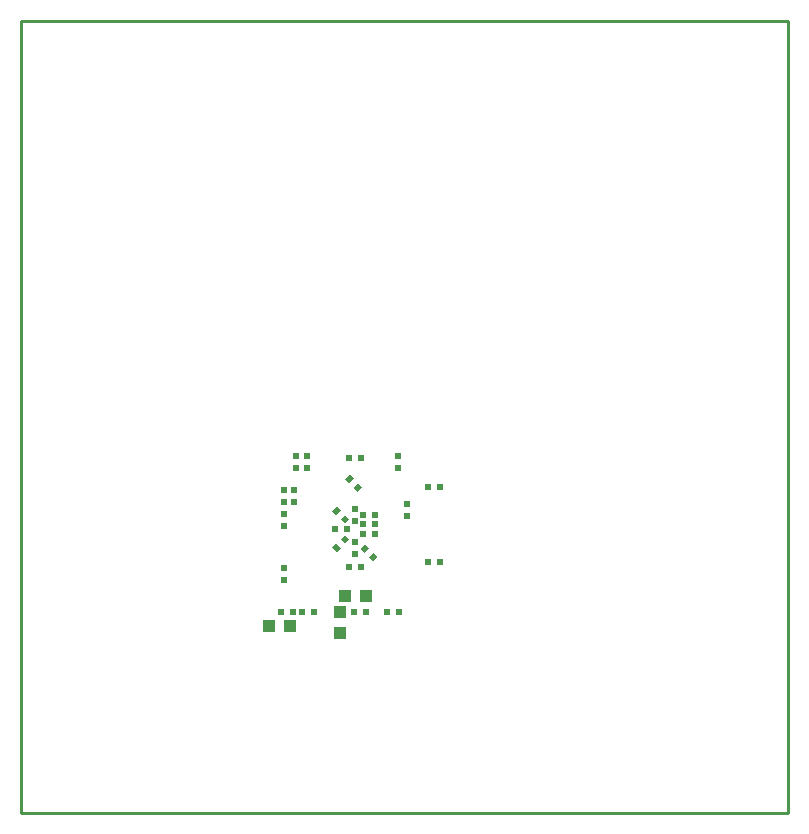
<source format=gbr>
G04 #@! TF.FileFunction,Paste,Bot*
%FSLAX46Y46*%
G04 Gerber Fmt 4.6, Leading zero omitted, Abs format (unit mm)*
G04 Created by KiCad (PCBNEW 201610010949+7276~55~ubuntu14.04.1-) date Wed Oct  5 10:29:21 2016*
%MOMM*%
%LPD*%
G01*
G04 APERTURE LIST*
%ADD10C,0.100000*%
%ADD11C,0.254000*%
%ADD12R,0.500000X0.550000*%
%ADD13C,0.500000*%
%ADD14R,1.016000X1.016000*%
%ADD15R,0.550000X0.500000*%
G04 APERTURE END LIST*
D10*
D11*
X115000000Y-120000000D02*
X115000000Y-53000000D01*
X180000000Y-120000000D02*
X115000000Y-120000000D01*
X180000000Y-53000000D02*
X180000000Y-120000000D01*
X115000000Y-53000000D02*
X180000000Y-53000000D01*
D12*
X145008000Y-94800000D03*
X143992000Y-94800000D03*
X141592000Y-96000000D03*
X142608000Y-96000000D03*
D13*
X143559210Y-92459210D03*
D10*
G36*
X143187979Y-92476888D02*
X143576888Y-92087979D01*
X143930441Y-92441532D01*
X143541532Y-92830441D01*
X143187979Y-92476888D01*
X143187979Y-92476888D01*
G37*
D13*
X142840790Y-91740790D03*
D10*
G36*
X143212021Y-91723112D02*
X142823112Y-92112021D01*
X142469559Y-91758468D01*
X142858468Y-91369559D01*
X143212021Y-91723112D01*
X143212021Y-91723112D01*
G37*
D14*
X141986000Y-104775000D03*
X141986000Y-102997000D03*
D12*
X147008000Y-103000000D03*
X145992000Y-103000000D03*
X142792000Y-90000000D03*
X143808000Y-90000000D03*
D15*
X137300000Y-95708000D03*
X137300000Y-94692000D03*
X146900000Y-90808000D03*
X146900000Y-89792000D03*
X139200000Y-90808000D03*
X139200000Y-89792000D03*
D12*
X138792000Y-103000000D03*
X139808000Y-103000000D03*
X143192000Y-103000000D03*
X144208000Y-103000000D03*
D15*
X143300000Y-98108000D03*
X143300000Y-97092000D03*
X137300000Y-92692000D03*
X137300000Y-93708000D03*
X138100000Y-93708000D03*
X138100000Y-92692000D03*
D12*
X149492000Y-92400000D03*
X150508000Y-92400000D03*
X145008000Y-95600000D03*
X143992000Y-95600000D03*
X145008000Y-96400000D03*
X143992000Y-96400000D03*
D15*
X137300000Y-100308000D03*
X137300000Y-99292000D03*
D14*
X144189000Y-101700000D03*
X142411000Y-101700000D03*
D12*
X142792000Y-99200000D03*
X143808000Y-99200000D03*
D15*
X147700000Y-93892000D03*
X147700000Y-94908000D03*
D13*
X141740790Y-94440790D03*
D10*
G36*
X142112021Y-94423112D02*
X141723112Y-94812021D01*
X141369559Y-94458468D01*
X141758468Y-94069559D01*
X142112021Y-94423112D01*
X142112021Y-94423112D01*
G37*
D13*
X142459210Y-95159210D03*
D10*
G36*
X142087979Y-95176888D02*
X142476888Y-94787979D01*
X142830441Y-95141532D01*
X142441532Y-95530441D01*
X142087979Y-95176888D01*
X142087979Y-95176888D01*
G37*
D13*
X144859210Y-98359210D03*
D10*
G36*
X144487979Y-98376888D02*
X144876888Y-97987979D01*
X145230441Y-98341532D01*
X144841532Y-98730441D01*
X144487979Y-98376888D01*
X144487979Y-98376888D01*
G37*
D13*
X144140790Y-97640790D03*
D10*
G36*
X144512021Y-97623112D02*
X144123112Y-98012021D01*
X143769559Y-97658468D01*
X144158468Y-97269559D01*
X144512021Y-97623112D01*
X144512021Y-97623112D01*
G37*
D13*
X141740790Y-97559210D03*
D10*
G36*
X141723112Y-97187979D02*
X142112021Y-97576888D01*
X141758468Y-97930441D01*
X141369559Y-97541532D01*
X141723112Y-97187979D01*
X141723112Y-97187979D01*
G37*
D13*
X142459210Y-96840790D03*
D10*
G36*
X142476888Y-97212021D02*
X142087979Y-96823112D01*
X142441532Y-96469559D01*
X142830441Y-96858468D01*
X142476888Y-97212021D01*
X142476888Y-97212021D01*
G37*
D12*
X138008000Y-103000000D03*
X136992000Y-103000000D03*
D15*
X143300000Y-94292000D03*
X143300000Y-95308000D03*
D12*
X149492000Y-98800000D03*
X150508000Y-98800000D03*
D14*
X136011000Y-104200000D03*
X137789000Y-104200000D03*
D15*
X138300000Y-89792000D03*
X138300000Y-90808000D03*
M02*

</source>
